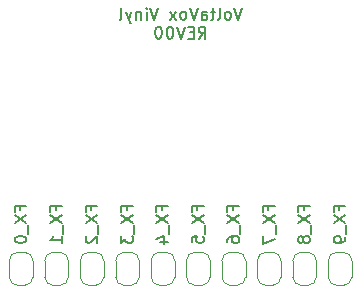
<source format=gbr>
%TF.GenerationSoftware,KiCad,Pcbnew,(6.0.1-0)*%
%TF.CreationDate,2022-09-11T15:05:22-04:00*%
%TF.ProjectId,record,7265636f-7264-42e6-9b69-6361645f7063,rev?*%
%TF.SameCoordinates,Original*%
%TF.FileFunction,Legend,Bot*%
%TF.FilePolarity,Positive*%
%FSLAX46Y46*%
G04 Gerber Fmt 4.6, Leading zero omitted, Abs format (unit mm)*
G04 Created by KiCad (PCBNEW (6.0.1-0)) date 2022-09-11 15:05:22*
%MOMM*%
%LPD*%
G01*
G04 APERTURE LIST*
%ADD10C,0.150000*%
%ADD11C,0.120000*%
G04 APERTURE END LIST*
D10*
X50214285Y-34647380D02*
X49880952Y-35647380D01*
X49547619Y-34647380D01*
X49071428Y-35647380D02*
X49166666Y-35599761D01*
X49214285Y-35552142D01*
X49261904Y-35456904D01*
X49261904Y-35171190D01*
X49214285Y-35075952D01*
X49166666Y-35028333D01*
X49071428Y-34980714D01*
X48928571Y-34980714D01*
X48833333Y-35028333D01*
X48785714Y-35075952D01*
X48738095Y-35171190D01*
X48738095Y-35456904D01*
X48785714Y-35552142D01*
X48833333Y-35599761D01*
X48928571Y-35647380D01*
X49071428Y-35647380D01*
X48166666Y-35647380D02*
X48261904Y-35599761D01*
X48309523Y-35504523D01*
X48309523Y-34647380D01*
X47928571Y-34980714D02*
X47547619Y-34980714D01*
X47785714Y-34647380D02*
X47785714Y-35504523D01*
X47738095Y-35599761D01*
X47642857Y-35647380D01*
X47547619Y-35647380D01*
X46785714Y-35647380D02*
X46785714Y-35123571D01*
X46833333Y-35028333D01*
X46928571Y-34980714D01*
X47119047Y-34980714D01*
X47214285Y-35028333D01*
X46785714Y-35599761D02*
X46880952Y-35647380D01*
X47119047Y-35647380D01*
X47214285Y-35599761D01*
X47261904Y-35504523D01*
X47261904Y-35409285D01*
X47214285Y-35314047D01*
X47119047Y-35266428D01*
X46880952Y-35266428D01*
X46785714Y-35218809D01*
X46452380Y-34647380D02*
X46119047Y-35647380D01*
X45785714Y-34647380D01*
X45309523Y-35647380D02*
X45404761Y-35599761D01*
X45452380Y-35552142D01*
X45500000Y-35456904D01*
X45500000Y-35171190D01*
X45452380Y-35075952D01*
X45404761Y-35028333D01*
X45309523Y-34980714D01*
X45166666Y-34980714D01*
X45071428Y-35028333D01*
X45023809Y-35075952D01*
X44976190Y-35171190D01*
X44976190Y-35456904D01*
X45023809Y-35552142D01*
X45071428Y-35599761D01*
X45166666Y-35647380D01*
X45309523Y-35647380D01*
X44642857Y-35647380D02*
X44119047Y-34980714D01*
X44642857Y-34980714D02*
X44119047Y-35647380D01*
X43119047Y-34647380D02*
X42785714Y-35647380D01*
X42452380Y-34647380D01*
X42119047Y-35647380D02*
X42119047Y-34980714D01*
X42119047Y-34647380D02*
X42166666Y-34695000D01*
X42119047Y-34742619D01*
X42071428Y-34695000D01*
X42119047Y-34647380D01*
X42119047Y-34742619D01*
X41642857Y-34980714D02*
X41642857Y-35647380D01*
X41642857Y-35075952D02*
X41595238Y-35028333D01*
X41500000Y-34980714D01*
X41357142Y-34980714D01*
X41261904Y-35028333D01*
X41214285Y-35123571D01*
X41214285Y-35647380D01*
X40833333Y-34980714D02*
X40595238Y-35647380D01*
X40357142Y-34980714D02*
X40595238Y-35647380D01*
X40690476Y-35885476D01*
X40738095Y-35933095D01*
X40833333Y-35980714D01*
X39833333Y-35647380D02*
X39928571Y-35599761D01*
X39976190Y-35504523D01*
X39976190Y-34647380D01*
X46523809Y-37257380D02*
X46857142Y-36781190D01*
X47095238Y-37257380D02*
X47095238Y-36257380D01*
X46714285Y-36257380D01*
X46619047Y-36305000D01*
X46571428Y-36352619D01*
X46523809Y-36447857D01*
X46523809Y-36590714D01*
X46571428Y-36685952D01*
X46619047Y-36733571D01*
X46714285Y-36781190D01*
X47095238Y-36781190D01*
X46095238Y-36733571D02*
X45761904Y-36733571D01*
X45619047Y-37257380D02*
X46095238Y-37257380D01*
X46095238Y-36257380D01*
X45619047Y-36257380D01*
X45333333Y-36257380D02*
X45000000Y-37257380D01*
X44666666Y-36257380D01*
X44142857Y-36257380D02*
X44047619Y-36257380D01*
X43952380Y-36305000D01*
X43904761Y-36352619D01*
X43857142Y-36447857D01*
X43809523Y-36638333D01*
X43809523Y-36876428D01*
X43857142Y-37066904D01*
X43904761Y-37162142D01*
X43952380Y-37209761D01*
X44047619Y-37257380D01*
X44142857Y-37257380D01*
X44238095Y-37209761D01*
X44285714Y-37162142D01*
X44333333Y-37066904D01*
X44380952Y-36876428D01*
X44380952Y-36638333D01*
X44333333Y-36447857D01*
X44285714Y-36352619D01*
X44238095Y-36305000D01*
X44142857Y-36257380D01*
X43190476Y-36257380D02*
X43095238Y-36257380D01*
X43000000Y-36305000D01*
X42952380Y-36352619D01*
X42904761Y-36447857D01*
X42857142Y-36638333D01*
X42857142Y-36876428D01*
X42904761Y-37066904D01*
X42952380Y-37162142D01*
X43000000Y-37209761D01*
X43095238Y-37257380D01*
X43190476Y-37257380D01*
X43285714Y-37209761D01*
X43333333Y-37162142D01*
X43380952Y-37066904D01*
X43428571Y-36876428D01*
X43428571Y-36638333D01*
X43380952Y-36447857D01*
X43333333Y-36352619D01*
X43285714Y-36305000D01*
X43190476Y-36257380D01*
X52428571Y-51809523D02*
X52428571Y-51476190D01*
X52952380Y-51476190D02*
X51952380Y-51476190D01*
X51952380Y-51952380D01*
X51952380Y-52238095D02*
X52952380Y-52904761D01*
X51952380Y-52904761D02*
X52952380Y-52238095D01*
X53047619Y-53047619D02*
X53047619Y-53809523D01*
X51952380Y-53952380D02*
X51952380Y-54619047D01*
X52952380Y-54190476D01*
X46428571Y-51809523D02*
X46428571Y-51476190D01*
X46952380Y-51476190D02*
X45952380Y-51476190D01*
X45952380Y-51952380D01*
X45952380Y-52238095D02*
X46952380Y-52904761D01*
X45952380Y-52904761D02*
X46952380Y-52238095D01*
X47047619Y-53047619D02*
X47047619Y-53809523D01*
X45952380Y-54523809D02*
X45952380Y-54047619D01*
X46428571Y-54000000D01*
X46380952Y-54047619D01*
X46333333Y-54142857D01*
X46333333Y-54380952D01*
X46380952Y-54476190D01*
X46428571Y-54523809D01*
X46523809Y-54571428D01*
X46761904Y-54571428D01*
X46857142Y-54523809D01*
X46904761Y-54476190D01*
X46952380Y-54380952D01*
X46952380Y-54142857D01*
X46904761Y-54047619D01*
X46857142Y-54000000D01*
X31428571Y-51809523D02*
X31428571Y-51476190D01*
X31952380Y-51476190D02*
X30952380Y-51476190D01*
X30952380Y-51952380D01*
X30952380Y-52238095D02*
X31952380Y-52904761D01*
X30952380Y-52904761D02*
X31952380Y-52238095D01*
X32047619Y-53047619D02*
X32047619Y-53809523D01*
X30952380Y-54238095D02*
X30952380Y-54333333D01*
X31000000Y-54428571D01*
X31047619Y-54476190D01*
X31142857Y-54523809D01*
X31333333Y-54571428D01*
X31571428Y-54571428D01*
X31761904Y-54523809D01*
X31857142Y-54476190D01*
X31904761Y-54428571D01*
X31952380Y-54333333D01*
X31952380Y-54238095D01*
X31904761Y-54142857D01*
X31857142Y-54095238D01*
X31761904Y-54047619D01*
X31571428Y-54000000D01*
X31333333Y-54000000D01*
X31142857Y-54047619D01*
X31047619Y-54095238D01*
X31000000Y-54142857D01*
X30952380Y-54238095D01*
X49428571Y-51809523D02*
X49428571Y-51476190D01*
X49952380Y-51476190D02*
X48952380Y-51476190D01*
X48952380Y-51952380D01*
X48952380Y-52238095D02*
X49952380Y-52904761D01*
X48952380Y-52904761D02*
X49952380Y-52238095D01*
X50047619Y-53047619D02*
X50047619Y-53809523D01*
X48952380Y-54476190D02*
X48952380Y-54285714D01*
X49000000Y-54190476D01*
X49047619Y-54142857D01*
X49190476Y-54047619D01*
X49380952Y-54000000D01*
X49761904Y-54000000D01*
X49857142Y-54047619D01*
X49904761Y-54095238D01*
X49952380Y-54190476D01*
X49952380Y-54380952D01*
X49904761Y-54476190D01*
X49857142Y-54523809D01*
X49761904Y-54571428D01*
X49523809Y-54571428D01*
X49428571Y-54523809D01*
X49380952Y-54476190D01*
X49333333Y-54380952D01*
X49333333Y-54190476D01*
X49380952Y-54095238D01*
X49428571Y-54047619D01*
X49523809Y-54000000D01*
X43428571Y-51809523D02*
X43428571Y-51476190D01*
X43952380Y-51476190D02*
X42952380Y-51476190D01*
X42952380Y-51952380D01*
X42952380Y-52238095D02*
X43952380Y-52904761D01*
X42952380Y-52904761D02*
X43952380Y-52238095D01*
X44047619Y-53047619D02*
X44047619Y-53809523D01*
X43285714Y-54476190D02*
X43952380Y-54476190D01*
X42904761Y-54238095D02*
X43619047Y-54000000D01*
X43619047Y-54619047D01*
X34428571Y-51809523D02*
X34428571Y-51476190D01*
X34952380Y-51476190D02*
X33952380Y-51476190D01*
X33952380Y-51952380D01*
X33952380Y-52238095D02*
X34952380Y-52904761D01*
X33952380Y-52904761D02*
X34952380Y-52238095D01*
X35047619Y-53047619D02*
X35047619Y-53809523D01*
X34952380Y-54571428D02*
X34952380Y-54000000D01*
X34952380Y-54285714D02*
X33952380Y-54285714D01*
X34095238Y-54190476D01*
X34190476Y-54095238D01*
X34238095Y-54000000D01*
X40428571Y-51809523D02*
X40428571Y-51476190D01*
X40952380Y-51476190D02*
X39952380Y-51476190D01*
X39952380Y-51952380D01*
X39952380Y-52238095D02*
X40952380Y-52904761D01*
X39952380Y-52904761D02*
X40952380Y-52238095D01*
X41047619Y-53047619D02*
X41047619Y-53809523D01*
X39952380Y-53952380D02*
X39952380Y-54571428D01*
X40333333Y-54238095D01*
X40333333Y-54380952D01*
X40380952Y-54476190D01*
X40428571Y-54523809D01*
X40523809Y-54571428D01*
X40761904Y-54571428D01*
X40857142Y-54523809D01*
X40904761Y-54476190D01*
X40952380Y-54380952D01*
X40952380Y-54095238D01*
X40904761Y-54000000D01*
X40857142Y-53952380D01*
X37428571Y-51809523D02*
X37428571Y-51476190D01*
X37952380Y-51476190D02*
X36952380Y-51476190D01*
X36952380Y-51952380D01*
X36952380Y-52238095D02*
X37952380Y-52904761D01*
X36952380Y-52904761D02*
X37952380Y-52238095D01*
X38047619Y-53047619D02*
X38047619Y-53809523D01*
X37047619Y-54000000D02*
X37000000Y-54047619D01*
X36952380Y-54142857D01*
X36952380Y-54380952D01*
X37000000Y-54476190D01*
X37047619Y-54523809D01*
X37142857Y-54571428D01*
X37238095Y-54571428D01*
X37380952Y-54523809D01*
X37952380Y-53952380D01*
X37952380Y-54571428D01*
X58428571Y-51809523D02*
X58428571Y-51476190D01*
X58952380Y-51476190D02*
X57952380Y-51476190D01*
X57952380Y-51952380D01*
X57952380Y-52238095D02*
X58952380Y-52904761D01*
X57952380Y-52904761D02*
X58952380Y-52238095D01*
X59047619Y-53047619D02*
X59047619Y-53809523D01*
X58952380Y-54095238D02*
X58952380Y-54285714D01*
X58904761Y-54380952D01*
X58857142Y-54428571D01*
X58714285Y-54523809D01*
X58523809Y-54571428D01*
X58142857Y-54571428D01*
X58047619Y-54523809D01*
X58000000Y-54476190D01*
X57952380Y-54380952D01*
X57952380Y-54190476D01*
X58000000Y-54095238D01*
X58047619Y-54047619D01*
X58142857Y-54000000D01*
X58380952Y-54000000D01*
X58476190Y-54047619D01*
X58523809Y-54095238D01*
X58571428Y-54190476D01*
X58571428Y-54380952D01*
X58523809Y-54476190D01*
X58476190Y-54523809D01*
X58380952Y-54571428D01*
X55428571Y-51809523D02*
X55428571Y-51476190D01*
X55952380Y-51476190D02*
X54952380Y-51476190D01*
X54952380Y-51952380D01*
X54952380Y-52238095D02*
X55952380Y-52904761D01*
X54952380Y-52904761D02*
X55952380Y-52238095D01*
X56047619Y-53047619D02*
X56047619Y-53809523D01*
X55380952Y-54190476D02*
X55333333Y-54095238D01*
X55285714Y-54047619D01*
X55190476Y-54000000D01*
X55142857Y-54000000D01*
X55047619Y-54047619D01*
X55000000Y-54095238D01*
X54952380Y-54190476D01*
X54952380Y-54380952D01*
X55000000Y-54476190D01*
X55047619Y-54523809D01*
X55142857Y-54571428D01*
X55190476Y-54571428D01*
X55285714Y-54523809D01*
X55333333Y-54476190D01*
X55380952Y-54380952D01*
X55380952Y-54190476D01*
X55428571Y-54095238D01*
X55476190Y-54047619D01*
X55571428Y-54000000D01*
X55761904Y-54000000D01*
X55857142Y-54047619D01*
X55904761Y-54095238D01*
X55952380Y-54190476D01*
X55952380Y-54380952D01*
X55904761Y-54476190D01*
X55857142Y-54523809D01*
X55761904Y-54571428D01*
X55571428Y-54571428D01*
X55476190Y-54523809D01*
X55428571Y-54476190D01*
X55380952Y-54380952D01*
D11*
%TO.C,JP10*%
X57500000Y-56050000D02*
X57500000Y-57450000D01*
X58800000Y-55350000D02*
X58200000Y-55350000D01*
X59500000Y-57450000D02*
X59500000Y-56050000D01*
X58200000Y-58150000D02*
X58800000Y-58150000D01*
X58200000Y-55350000D02*
G75*
G03*
X57500000Y-56050000I-1J-699999D01*
G01*
X58800000Y-58150000D02*
G75*
G03*
X59500000Y-57450000I1J699999D01*
G01*
X59500000Y-56050000D02*
G75*
G03*
X58800000Y-55350000I-699999J1D01*
G01*
X57500000Y-57450000D02*
G75*
G03*
X58200000Y-58150000I699999J-1D01*
G01*
%TO.C,JP3*%
X37200000Y-58150000D02*
X37800000Y-58150000D01*
X37800000Y-55350000D02*
X37200000Y-55350000D01*
X36500000Y-56050000D02*
X36500000Y-57450000D01*
X38500000Y-57450000D02*
X38500000Y-56050000D01*
X37800000Y-58150000D02*
G75*
G03*
X38500000Y-57450000I1J699999D01*
G01*
X38500000Y-56050000D02*
G75*
G03*
X37800000Y-55350000I-699999J1D01*
G01*
X37200000Y-55350000D02*
G75*
G03*
X36500000Y-56050000I-1J-699999D01*
G01*
X36500000Y-57450000D02*
G75*
G03*
X37200000Y-58150000I699999J-1D01*
G01*
%TO.C,JP2*%
X33500000Y-56050000D02*
X33500000Y-57450000D01*
X34200000Y-58150000D02*
X34800000Y-58150000D01*
X35500000Y-57450000D02*
X35500000Y-56050000D01*
X34800000Y-55350000D02*
X34200000Y-55350000D01*
X33500000Y-57450000D02*
G75*
G03*
X34200000Y-58150000I699999J-1D01*
G01*
X35500000Y-56050000D02*
G75*
G03*
X34800000Y-55350000I-699999J1D01*
G01*
X34200000Y-55350000D02*
G75*
G03*
X33500000Y-56050000I-1J-699999D01*
G01*
X34800000Y-58150000D02*
G75*
G03*
X35500000Y-57450000I1J699999D01*
G01*
%TO.C,JP8*%
X52200000Y-58150000D02*
X52800000Y-58150000D01*
X52800000Y-55350000D02*
X52200000Y-55350000D01*
X51500000Y-56050000D02*
X51500000Y-57450000D01*
X53500000Y-57450000D02*
X53500000Y-56050000D01*
X52200000Y-55350000D02*
G75*
G03*
X51500000Y-56050000I-1J-699999D01*
G01*
X52800000Y-58150000D02*
G75*
G03*
X53500000Y-57450000I1J699999D01*
G01*
X53500000Y-56050000D02*
G75*
G03*
X52800000Y-55350000I-699999J1D01*
G01*
X51500000Y-57450000D02*
G75*
G03*
X52200000Y-58150000I699999J-1D01*
G01*
%TO.C,JP5*%
X43200000Y-58150000D02*
X43800000Y-58150000D01*
X43800000Y-55350000D02*
X43200000Y-55350000D01*
X44500000Y-57450000D02*
X44500000Y-56050000D01*
X42500000Y-56050000D02*
X42500000Y-57450000D01*
X44500000Y-56050000D02*
G75*
G03*
X43800000Y-55350000I-699999J1D01*
G01*
X43200000Y-55350000D02*
G75*
G03*
X42500000Y-56050000I-1J-699999D01*
G01*
X43800000Y-58150000D02*
G75*
G03*
X44500000Y-57450000I1J699999D01*
G01*
X42500000Y-57450000D02*
G75*
G03*
X43200000Y-58150000I699999J-1D01*
G01*
%TO.C,JP9*%
X54500000Y-56050000D02*
X54500000Y-57450000D01*
X56500000Y-57450000D02*
X56500000Y-56050000D01*
X55800000Y-55350000D02*
X55200000Y-55350000D01*
X55200000Y-58150000D02*
X55800000Y-58150000D01*
X55200000Y-55350000D02*
G75*
G03*
X54500000Y-56050000I-1J-699999D01*
G01*
X54500000Y-57450000D02*
G75*
G03*
X55200000Y-58150000I699999J-1D01*
G01*
X56500000Y-56050000D02*
G75*
G03*
X55800000Y-55350000I-699999J1D01*
G01*
X55800000Y-58150000D02*
G75*
G03*
X56500000Y-57450000I1J699999D01*
G01*
%TO.C,JP6*%
X45500000Y-56050000D02*
X45500000Y-57450000D01*
X46800000Y-55350000D02*
X46200000Y-55350000D01*
X47500000Y-57450000D02*
X47500000Y-56050000D01*
X46200000Y-58150000D02*
X46800000Y-58150000D01*
X46800000Y-58150000D02*
G75*
G03*
X47500000Y-57450000I1J699999D01*
G01*
X45500000Y-57450000D02*
G75*
G03*
X46200000Y-58150000I699999J-1D01*
G01*
X46200000Y-55350000D02*
G75*
G03*
X45500000Y-56050000I-1J-699999D01*
G01*
X47500000Y-56050000D02*
G75*
G03*
X46800000Y-55350000I-699999J1D01*
G01*
%TO.C,JP4*%
X41500000Y-57450000D02*
X41500000Y-56050000D01*
X40800000Y-55350000D02*
X40200000Y-55350000D01*
X40200000Y-58150000D02*
X40800000Y-58150000D01*
X39500000Y-56050000D02*
X39500000Y-57450000D01*
X39500000Y-57450000D02*
G75*
G03*
X40200000Y-58150000I699999J-1D01*
G01*
X40200000Y-55350000D02*
G75*
G03*
X39500000Y-56050000I-1J-699999D01*
G01*
X41500000Y-56050000D02*
G75*
G03*
X40800000Y-55350000I-699999J1D01*
G01*
X40800000Y-58150000D02*
G75*
G03*
X41500000Y-57450000I1J699999D01*
G01*
%TO.C,JP7*%
X49200000Y-58150000D02*
X49800000Y-58150000D01*
X49800000Y-55350000D02*
X49200000Y-55350000D01*
X50500000Y-57450000D02*
X50500000Y-56050000D01*
X48500000Y-56050000D02*
X48500000Y-57450000D01*
X50500000Y-56050000D02*
G75*
G03*
X49800000Y-55350000I-699999J1D01*
G01*
X49800000Y-58150000D02*
G75*
G03*
X50500000Y-57450000I1J699999D01*
G01*
X48500000Y-57450000D02*
G75*
G03*
X49200000Y-58150000I699999J-1D01*
G01*
X49200000Y-55350000D02*
G75*
G03*
X48500000Y-56050000I-1J-699999D01*
G01*
%TO.C,JP1*%
X32500000Y-57450000D02*
X32500000Y-56050000D01*
X30500000Y-56050000D02*
X30500000Y-57450000D01*
X31200000Y-58150000D02*
X31800000Y-58150000D01*
X31800000Y-55350000D02*
X31200000Y-55350000D01*
X30500000Y-57450000D02*
G75*
G03*
X31200000Y-58150000I699999J-1D01*
G01*
X31200000Y-55350000D02*
G75*
G03*
X30500000Y-56050000I-1J-699999D01*
G01*
X31800000Y-58150000D02*
G75*
G03*
X32500000Y-57450000I1J699999D01*
G01*
X32500000Y-56050000D02*
G75*
G03*
X31800000Y-55350000I-699999J1D01*
G01*
%TD*%
M02*

</source>
